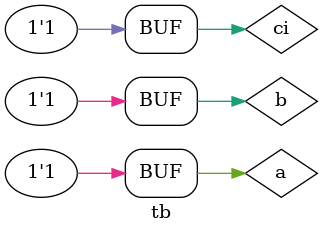
<source format=sv>
`include "adder.sv"

module tb();

logic a,b,ci,s,co;

adder adder1(a,b,ci,s,co);

initial begin 

#10; a=1'b0; b=1'b0; ci=1'b0;

#10; a=1'b0; b=1'b0; ci=1'b1;

#10; a=1'b0; b=1'b1; ci=1'b0;

#10; a=1'b0; b=1'b1; ci=1'b1;

#10; a=1'b1; b=1'b0; ci=1'b0;

#10; a=1'b1; b=1'b0; ci=1'b1;

#10; a=1'b1; b=1'b1; ci=1'b0;

#10; a=1'b1; b=1'b1; ci=1'b1;

end
endmodule



</source>
